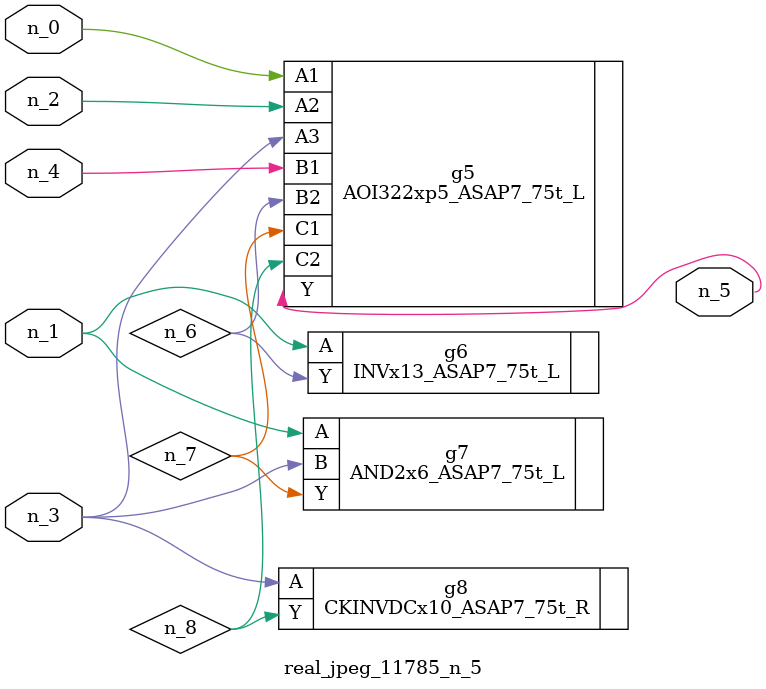
<source format=v>
module real_jpeg_11785_n_5 (n_4, n_0, n_1, n_2, n_3, n_5);

input n_4;
input n_0;
input n_1;
input n_2;
input n_3;

output n_5;

wire n_8;
wire n_6;
wire n_7;

AOI322xp5_ASAP7_75t_L g5 ( 
.A1(n_0),
.A2(n_2),
.A3(n_3),
.B1(n_4),
.B2(n_6),
.C1(n_7),
.C2(n_8),
.Y(n_5)
);

INVx13_ASAP7_75t_L g6 ( 
.A(n_1),
.Y(n_6)
);

AND2x6_ASAP7_75t_L g7 ( 
.A(n_1),
.B(n_3),
.Y(n_7)
);

CKINVDCx10_ASAP7_75t_R g8 ( 
.A(n_3),
.Y(n_8)
);


endmodule
</source>
